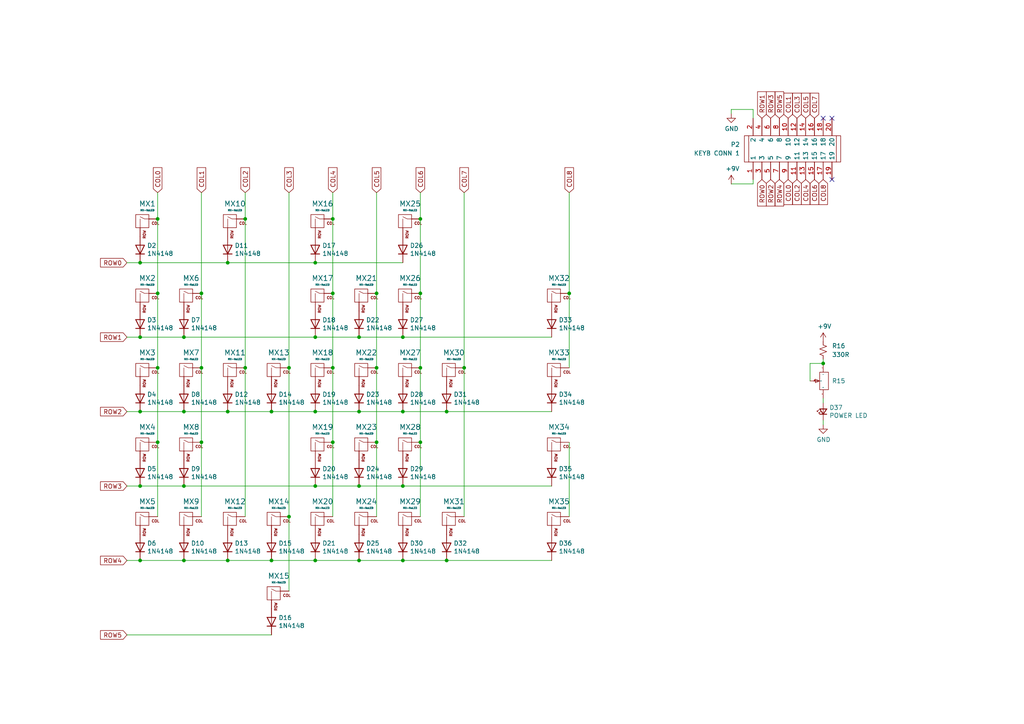
<source format=kicad_sch>
(kicad_sch (version 20250114) (generator "eeschema") (generator_version "9.0")
  (paper "A4")
  (title_block (title "bitseithr synth - keyboard") (rev "v1") (company "Offworld Serpent Devices"))
  (lib_symbols
    (symbol "Device:LED_Small" (pin_numbers (hide yes)) (pin_names (offset 0.254) (hide yes))
      (property "Reference" "D" (at -1.27 3.175 0))
      (property "Value" "LED_Small" (at -4.445 -2.54 0))
      (symbol "LED_Small_0_1"
        (polyline (pts (xy -0.762 -1.016) (xy -0.762 1.016)) (stroke (width 0.254)))
        (polyline (pts (xy 0 0.762) (xy -0.508 1.27) (xy -0.254 1.27) (xy -0.508 1.27) (xy -0.508 1.016)))
        (polyline (pts (xy 0.508 1.27) (xy 0 1.778) (xy 0.254 1.778) (xy 0 1.778) (xy 0 1.524)))
        (polyline (pts (xy 0.762 -1.016) (xy -0.762 0) (xy 0.762 1.016) (xy 0.762 -1.016)) (stroke (width 0.254)))
        (polyline (pts (xy 1.016 0) (xy -0.762 0)))
      )
      (symbol "LED_Small_1_1"
        (pin passive line (at -2.54 0 0) (length 1.778) (name "K") (number "1"))
        (pin passive line (at 2.54 0 180) (length 1.778) (name "A") (number "2"))
      )
    )
    (symbol "Device:R_Small_US" (pin_numbers (hide yes)) (pin_names (offset 0.254) (hide yes))
      (property "Reference" "R" (at 0.762 0.508 0))
      (property "Value" "R_Small_US" (at 0.762 -1.016 0))
      (symbol "R_Small_US_1_1"
        (polyline (pts (xy 0 1.524) (xy 1.016 1.143) (xy 0 0.762) (xy -1.016 0.381) (xy 0 0)))
        (polyline (pts (xy 0 0) (xy 1.016 -0.381) (xy 0 -0.762) (xy -1.016 -1.143) (xy 0 -1.524)))
        (pin passive line (at 0 2.54 270) (length 1.016) (name "~") (number "1"))
        (pin passive line (at 0 -2.54 90) (length 1.016) (name "~") (number "2"))
      )
    )
    (symbol "Diode:1N4148" (pin_numbers (hide yes)) (pin_names (hide yes))
      (property "Reference" "D" (at 0 2.54 0))
      (property "Value" "1N4148" (at 0 -2.54 0))
      (symbol "1N4148_0_1"
        (polyline (pts (xy -1.27 1.27) (xy -1.27 -1.27)) (stroke (width 0.254)))
        (polyline (pts (xy 1.27 1.27) (xy 1.27 -1.27) (xy -1.27 0) (xy 1.27 1.27)) (stroke (width 0.254)))
        (polyline (pts (xy 1.27 0) (xy -1.27 0)))
      )
      (symbol "1N4148_1_1"
        (pin passive line (at -3.81 0 0) (length 2.54) (name "K") (number "1"))
        (pin passive line (at 3.81 0 180) (length 2.54) (name "A") (number "2"))
      )
    )
    (symbol "EasyEDA_Lib:3296W-1-102LF"
      (property "Reference" "R" (at 0 0 0))
      (symbol "3296W-1-102LF_1_0"
        (polyline (pts (xy -0.254 0) (xy -1.524 0)))
        (polyline (pts (xy 0.254 0) (xy -1.016 -0.508) (xy -1.016 -0.508) (xy -1.016 0.508) (xy -1.016 0.508) (xy 0.254 0)))
        (polyline (pts (xy 0.254 -2.54) (xy 0.254 2.54) (xy 0.254 2.54) (xy 2.794 2.54) (xy 2.794 2.54) (xy 2.794 -2.54) (xy 2.794 -2.54) (xy 0.254 -2.54)))
        (pin input line (at -2.54 0 0) (length 2.54) (name "2") (number "2"))
        (pin input line (at 1.27 5.08 270) (length 2.54) (name "1") (number "1"))
        (pin input line (at 1.27 -5.08 90) (length 2.54) (name "3") (number "3"))
      )
    )
    (symbol "EasyEDA_Lib:IDC Box 2X10 2.54MM"
      (property "Reference" "P" (at 0 0 0))
      (symbol "IDC Box 2X10 2.54MM_1_0"
        (polyline (pts (xy -3.81 12.7) (xy 3.81 12.7)))
        (polyline (pts (xy -3.81 -12.7) (xy 3.81 -12.7)))
        (rectangle (start -3.81 -13.97) (end 3.81 13.97))
        (pin input line (at -8.89 11.43 0) (length 5.08) (name "1") (number "1"))
        (pin input line (at -8.89 8.89 0) (length 5.08) (name "3") (number "3"))
        (pin input line (at -8.89 6.35 0) (length 5.08) (name "5") (number "5"))
        (pin input line (at -8.89 3.81 0) (length 5.08) (name "7") (number "7"))
        (pin input line (at -8.89 1.27 0) (length 5.08) (name "9") (number "9"))
        (pin input line (at -8.89 -1.27 0) (length 5.08) (name "11") (number "11"))
        (pin input line (at -8.89 -3.81 0) (length 5.08) (name "13") (number "13"))
        (pin input line (at -8.89 -6.35 0) (length 5.08) (name "15") (number "15"))
        (pin input line (at -8.89 -8.89 0) (length 5.08) (name "17") (number "17"))
        (pin input line (at -8.89 -11.43 0) (length 5.08) (name "19") (number "19"))
        (pin input line (at 8.89 11.43 180) (length 5.08) (name "2") (number "2"))
        (pin input line (at 8.89 8.89 180) (length 5.08) (name "4") (number "4"))
        (pin input line (at 8.89 6.35 180) (length 5.08) (name "6") (number "6"))
        (pin input line (at 8.89 3.81 180) (length 5.08) (name "8") (number "8"))
        (pin input line (at 8.89 1.27 180) (length 5.08) (name "10") (number "10"))
        (pin input line (at 8.89 -1.27 180) (length 5.08) (name "12") (number "12"))
        (pin input line (at 8.89 -3.81 180) (length 5.08) (name "14") (number "14"))
        (pin input line (at 8.89 -6.35 180) (length 5.08) (name "16") (number "16"))
        (pin input line (at 8.89 -8.89 180) (length 5.08) (name "18") (number "18"))
        (pin input line (at 8.89 -11.43 180) (length 5.08) (name "20") (number "20"))
      )
    )
    (symbol "bit0wulf-complete-rescue:MX-NoLED-MX_Alps_Hybrid" (pin_names (offset 1.016))
      (property "Reference" "MX" (at -0.635 3.81 0))
      (property "Value" "MX-NoLED-MX_Alps_Hybrid" (at -0.635 1.27 0))
      (symbol "MX-NoLED-MX_Alps_Hybrid_0_0"
        (rectangle (start -2.54 2.54) (end 1.27 -1.27))
        (polyline (pts (xy -1.27 -1.27) (xy -1.27 1.27)) (stroke (width 0.127)))
        (polyline (pts (xy 1.27 1.27) (xy 0 1.27) (xy -1.27 1.905)) (stroke (width 0.127)))
        (text "ROW" (at 0 -1.905 900) (effects (font (size 0.762 0.762)) (justify right)))
        (text "COL" (at 3.175 0 0) (effects (font (size 0.762 0.762))))
      )
      (symbol "MX-NoLED-MX_Alps_Hybrid_1_1"
        (pin passive line (at -1.27 -3.81 90) (length 2.54) (name "ROW") (number "2"))
        (pin passive line (at 3.81 1.27 180) (length 2.54) (name "COL") (number "1"))
      )
    )
    (symbol "power:+9V" (power) (pin_numbers (hide yes)) (pin_names (offset 0) (hide yes))
      (property "Value" "+9V" (at 0 3.556 0))
      (symbol "+9V_0_1"
        (polyline (pts (xy -0.762 1.27) (xy 0 2.54)))
        (polyline (pts (xy 0 2.54) (xy 0.762 1.27)))
        (polyline (pts (xy 0 0) (xy 0 2.54)))
      )
      (symbol "+9V_1_1"
        (pin power_in line (at 0 0 90) (length 0) (name "~") (number "1"))
      )
    )
    (symbol "power:GND" (power) (pin_numbers (hide yes)) (pin_names (offset 0) (hide yes))
      (property "Value" "GND" (at 0 -3.81 0))
      (symbol "GND_0_1"
        (polyline (pts (xy 0 0) (xy 0 -1.27) (xy 1.27 -1.27) (xy 0 -2.54) (xy -1.27 -1.27) (xy 0 -1.27)))
      )
      (symbol "GND_1_1"
        (pin power_in line (at 0 0 270) (length 0) (name "~") (number "1"))
      )
    )
  )
  (junction (at 116.84 97.79))
  (junction (at 78.74 162.56))
  (junction (at 53.34 162.56))
  (junction (at 53.34 119.38))
  (junction (at 40.64 97.79))
  (junction (at 238.76 105.41))
  (junction (at 91.44 140.97))
  (junction (at 116.84 140.97))
  (junction (at 58.42 128.27))
  (junction (at 96.52 106.68))
  (junction (at 116.84 119.38))
  (junction (at 58.42 85.09))
  (junction (at 104.14 97.79))
  (junction (at 66.04 162.56))
  (junction (at 40.64 162.56))
  (junction (at 96.52 85.09))
  (junction (at 109.22 128.27))
  (junction (at 109.22 85.09))
  (junction (at 45.72 106.68))
  (junction (at 121.92 63.5))
  (junction (at 45.72 85.09))
  (junction (at 116.84 162.56))
  (junction (at 165.1 85.09))
  (junction (at 71.12 106.68))
  (junction (at 109.22 106.68))
  (junction (at 91.44 162.56))
  (junction (at 96.52 63.5))
  (junction (at 78.74 119.38))
  (junction (at 40.64 140.97))
  (junction (at 83.82 106.68))
  (junction (at 121.92 106.68))
  (junction (at 53.34 97.79))
  (junction (at 121.92 128.27))
  (junction (at 66.04 76.2))
  (junction (at 58.42 106.68))
  (junction (at 134.62 106.68))
  (junction (at 121.92 85.09))
  (junction (at 129.54 162.56))
  (junction (at 104.14 162.56))
  (junction (at 40.64 119.38))
  (junction (at 104.14 140.97))
  (junction (at 91.44 97.79))
  (junction (at 129.54 119.38))
  (junction (at 45.72 63.5))
  (junction (at 104.14 119.38))
  (junction (at 96.52 128.27))
  (junction (at 66.04 119.38))
  (junction (at 83.82 149.86))
  (junction (at 53.34 140.97))
  (junction (at 71.12 63.5))
  (junction (at 91.44 76.2))
  (junction (at 45.72 128.27))
  (junction (at 40.64 76.2))
  (junction (at 91.44 119.38))
  (no_connect (at 241.3 52.07))
  (no_connect (at 241.3 34.29))
  (no_connect (at 238.76 34.29))
  (wire (pts (xy 66.04 76.2) (xy 91.44 76.2)))
  (wire (pts (xy 116.84 162.56) (xy 129.54 162.56)))
  (wire (pts (xy 36.83 97.79) (xy 40.64 97.79)))
  (wire (pts (xy 36.83 119.38) (xy 40.64 119.38)))
  (wire (pts (xy 40.64 140.97) (xy 53.34 140.97)))
  (wire (pts (xy 53.34 140.97) (xy 91.44 140.97)))
  (wire (pts (xy 109.22 85.09) (xy 109.22 106.68)))
  (wire (pts (xy 238.76 115.57) (xy 238.76 116.84)))
  (wire (pts (xy 91.44 140.97) (xy 104.14 140.97)))
  (wire (pts (xy 36.83 184.15) (xy 78.74 184.15)))
  (wire (pts (xy 66.04 162.56) (xy 78.74 162.56)))
  (wire (pts (xy 71.12 106.68) (xy 71.12 149.86)))
  (wire (pts (xy 83.82 149.86) (xy 83.82 171.45)))
  (wire (pts (xy 66.04 76.2) (xy 40.64 76.2)))
  (wire (pts (xy 121.92 63.5) (xy 121.92 85.09)))
  (wire (pts (xy 212.09 33.02) (xy 212.09 31.75)))
  (wire (pts (xy 58.42 128.27) (xy 58.42 149.86)))
  (wire (pts (xy 116.84 119.38) (xy 129.54 119.38)))
  (wire (pts (xy 40.64 162.56) (xy 53.34 162.56)))
  (wire (pts (xy 71.12 63.5) (xy 71.12 55.88)))
  (wire (pts (xy 91.44 97.79) (xy 104.14 97.79)))
  (wire (pts (xy 45.72 85.09) (xy 45.72 106.68)))
  (wire (pts (xy 121.92 106.68) (xy 121.92 128.27)))
  (wire (pts (xy 96.52 128.27) (xy 96.52 149.86)))
  (wire (pts (xy 45.72 55.88) (xy 45.72 63.5)))
  (wire (pts (xy 53.34 97.79) (xy 91.44 97.79)))
  (wire (pts (xy 218.44 31.75) (xy 218.44 34.29)))
  (wire (pts (xy 83.82 106.68) (xy 83.82 149.86)))
  (wire (pts (xy 109.22 106.68) (xy 109.22 128.27)))
  (wire (pts (xy 36.83 76.2) (xy 40.64 76.2)))
  (wire (pts (xy 234.95 105.41) (xy 238.76 105.41)))
  (wire (pts (xy 238.76 104.14) (xy 238.76 105.41)))
  (wire (pts (xy 58.42 85.09) (xy 58.42 106.68)))
  (wire (pts (xy 83.82 106.68) (xy 83.82 55.88)))
  (wire (pts (xy 53.34 162.56) (xy 66.04 162.56)))
  (wire (pts (xy 36.83 140.97) (xy 40.64 140.97)))
  (wire (pts (xy 45.72 106.68) (xy 45.72 128.27)))
  (wire (pts (xy 109.22 128.27) (xy 109.22 149.86)))
  (wire (pts (xy 218.44 53.34) (xy 212.09 53.34)))
  (wire (pts (xy 134.62 55.88) (xy 134.62 106.68)))
  (wire (pts (xy 78.74 162.56) (xy 91.44 162.56)))
  (wire (pts (xy 91.44 162.56) (xy 104.14 162.56)))
  (wire (pts (xy 40.64 97.79) (xy 53.34 97.79)))
  (wire (pts (xy 96.52 63.5) (xy 96.52 55.88)))
  (wire (pts (xy 116.84 97.79) (xy 160.02 97.79)))
  (wire (pts (xy 96.52 85.09) (xy 96.52 106.68)))
  (wire (pts (xy 66.04 119.38) (xy 78.74 119.38)))
  (wire (pts (xy 45.72 128.27) (xy 45.72 149.86)))
  (wire (pts (xy 91.44 76.2) (xy 116.84 76.2)))
  (wire (pts (xy 165.1 85.09) (xy 165.1 106.68)))
  (wire (pts (xy 234.95 110.49) (xy 234.95 105.41)))
  (wire (pts (xy 96.52 63.5) (xy 96.52 85.09)))
  (wire (pts (xy 104.14 140.97) (xy 116.84 140.97)))
  (wire (pts (xy 58.42 106.68) (xy 58.42 128.27)))
  (wire (pts (xy 212.09 31.75) (xy 218.44 31.75)))
  (wire (pts (xy 53.34 119.38) (xy 66.04 119.38)))
  (wire (pts (xy 40.64 119.38) (xy 53.34 119.38)))
  (wire (pts (xy 58.42 55.88) (xy 58.42 85.09)))
  (wire (pts (xy 129.54 162.56) (xy 160.02 162.56)))
  (wire (pts (xy 104.14 119.38) (xy 91.44 119.38)))
  (wire (pts (xy 96.52 106.68) (xy 96.52 128.27)))
  (wire (pts (xy 218.44 53.34) (xy 218.44 52.07)))
  (wire (pts (xy 104.14 119.38) (xy 116.84 119.38)))
  (wire (pts (xy 104.14 97.79) (xy 116.84 97.79)))
  (wire (pts (xy 71.12 63.5) (xy 71.12 106.68)))
  (wire (pts (xy 121.92 85.09) (xy 121.92 106.68)))
  (wire (pts (xy 36.83 162.56) (xy 40.64 162.56)))
  (wire (pts (xy 165.1 128.27) (xy 165.1 149.86)))
  (wire (pts (xy 78.74 119.38) (xy 91.44 119.38)))
  (wire (pts (xy 104.14 162.56) (xy 116.84 162.56)))
  (wire (pts (xy 121.92 55.88) (xy 121.92 63.5)))
  (wire (pts (xy 109.22 55.88) (xy 109.22 85.09)))
  (wire (pts (xy 45.72 63.5) (xy 45.72 85.09)))
  (wire (pts (xy 238.76 121.92) (xy 238.76 123.19)))
  (wire (pts (xy 165.1 55.88) (xy 165.1 85.09)))
  (wire (pts (xy 129.54 119.38) (xy 160.02 119.38)))
  (wire (pts (xy 121.92 128.27) (xy 121.92 149.86)))
  (wire (pts (xy 134.62 106.68) (xy 134.62 149.86)))
  (wire (pts (xy 116.84 140.97) (xy 160.02 140.97)))
  (global_label "COL0" (shape input) (at 228.6 52.07 270) (property "Intersheetrefs" "${INTERSHEET_REFS}" (effects (hide yes))))
  (global_label "COL7" (shape input) (at 134.62 55.88 90) (property "Intersheetrefs" "${INTERSHEET_REFS}" (effects (hide yes))))
  (global_label "COL4" (shape input) (at 96.52 55.88 90) (property "Intersheetrefs" "${INTERSHEET_REFS}" (effects (hide yes))))
  (global_label "COL6" (shape input) (at 236.22 52.07 270) (property "Intersheetrefs" "${INTERSHEET_REFS}" (effects (hide yes))))
  (global_label "COL2" (shape input) (at 231.14 52.07 270) (property "Intersheetrefs" "${INTERSHEET_REFS}" (effects (hide yes))))
  (global_label "COL3" (shape input) (at 231.14 34.29 90) (property "Intersheetrefs" "${INTERSHEET_REFS}" (effects (hide yes))))
  (global_label "ROW0" (shape input) (at 220.98 52.07 270) (property "Intersheetrefs" "${INTERSHEET_REFS}" (effects (hide yes))))
  (global_label "ROW5" (shape input) (at 226.06 34.29 90) (property "Intersheetrefs" "${INTERSHEET_REFS}" (effects (hide yes))))
  (global_label "ROW3" (shape input) (at 223.52 34.29 90) (property "Intersheetrefs" "${INTERSHEET_REFS}" (effects (hide yes))))
  (global_label "COL6" (shape input) (at 121.92 55.88 90) (property "Intersheetrefs" "${INTERSHEET_REFS}" (effects (hide yes))))
  (global_label "ROW1" (shape input) (at 220.98 34.29 90) (property "Intersheetrefs" "${INTERSHEET_REFS}" (effects (hide yes))))
  (global_label "COL0" (shape input) (at 45.72 55.88 90) (property "Intersheetrefs" "${INTERSHEET_REFS}" (effects (hide yes))))
  (global_label "ROW1" (shape input) (at 36.83 97.79 180) (property "Intersheetrefs" "${INTERSHEET_REFS}" (effects (hide yes))))
  (global_label "COL4" (shape input) (at 233.68 52.07 270) (property "Intersheetrefs" "${INTERSHEET_REFS}" (effects (hide yes))))
  (global_label "ROW2" (shape input) (at 36.83 119.38 180) (property "Intersheetrefs" "${INTERSHEET_REFS}" (effects (hide yes))))
  (global_label "ROW5" (shape input) (at 36.83 184.15 180) (property "Intersheetrefs" "${INTERSHEET_REFS}" (effects (hide yes))))
  (global_label "COL2" (shape input) (at 71.12 55.88 90) (property "Intersheetrefs" "${INTERSHEET_REFS}" (effects (hide yes))))
  (global_label "COL3" (shape input) (at 83.82 55.88 90) (property "Intersheetrefs" "${INTERSHEET_REFS}" (effects (hide yes))))
  (global_label "ROW4" (shape input) (at 36.83 162.56 180) (property "Intersheetrefs" "${INTERSHEET_REFS}" (effects (hide yes))))
  (global_label "COL7" (shape input) (at 236.22 34.29 90) (property "Intersheetrefs" "${INTERSHEET_REFS}" (effects (hide yes))))
  (global_label "ROW3" (shape input) (at 36.83 140.97 180) (property "Intersheetrefs" "${INTERSHEET_REFS}" (effects (hide yes))))
  (global_label "COL5" (shape input) (at 109.22 55.88 90) (property "Intersheetrefs" "${INTERSHEET_REFS}" (effects (hide yes))))
  (global_label "COL8" (shape input) (at 165.1 55.88 90) (property "Intersheetrefs" "${INTERSHEET_REFS}" (effects (hide yes))))
  (global_label "COL1" (shape input) (at 58.42 55.88 90) (property "Intersheetrefs" "${INTERSHEET_REFS}" (effects (hide yes))))
  (global_label "COL5" (shape input) (at 233.68 34.29 90) (property "Intersheetrefs" "${INTERSHEET_REFS}" (effects (hide yes))))
  (global_label "ROW2" (shape input) (at 223.52 52.07 270) (property "Intersheetrefs" "${INTERSHEET_REFS}" (effects (hide yes))))
  (global_label "COL8" (shape input) (at 238.76 52.07 270) (property "Intersheetrefs" "${INTERSHEET_REFS}" (effects (hide yes))))
  (global_label "ROW4" (shape input) (at 226.06 52.07 270) (property "Intersheetrefs" "${INTERSHEET_REFS}" (effects (hide yes))))
  (global_label "ROW0" (shape input) (at 36.83 76.2 180) (property "Intersheetrefs" "${INTERSHEET_REFS}" (effects (hide yes))))
  (global_label "COL1" (shape input) (at 228.6 34.29 90) (property "Intersheetrefs" "${INTERSHEET_REFS}" (effects (hide yes))))
  (symbol (lib_id "bit0wulf-complete-rescue:MX-NoLED-MX_Alps_Hybrid") (at 41.91 129.54 0) (unit 1)
    (property "Reference" "MX4" (at 42.7482 123.8758 0) (effects (font (size 1.524 1.524))))
    (property "Value" "MX-NoLED" (at 42.7482 125.7554 0) (effects (font (size 0.508 0.508))))
    (property "Footprint" "cholm-footprints:MXOnly-1U-NoLED" (effects (hide yes)))
  )
  (symbol (lib_id "bit0wulf-complete-rescue:MX-NoLED-MX_Alps_Hybrid") (at 54.61 129.54 0) (unit 1)
    (property "Reference" "MX8" (at 55.4482 123.8758 0) (effects (font (size 1.524 1.524))))
    (property "Value" "MX-NoLED" (at 55.4482 125.7554 0) (effects (font (size 0.508 0.508))))
    (property "Footprint" "cholm-footprints:MXOnly-1U-NoLED" (effects (hide yes)))
  )
  (symbol (lib_id "bit0wulf-complete-rescue:MX-NoLED-MX_Alps_Hybrid") (at 92.71 129.54 0) (unit 1)
    (property "Reference" "MX19" (at 93.5482 123.8758 0) (effects (font (size 1.524 1.524))))
    (property "Value" "MX-NoLED" (at 93.5482 125.7554 0) (effects (font (size 0.508 0.508))))
    (property "Footprint" "cholm-footprints:MXOnly-1U-NoLED" (effects (hide yes)))
  )
  (symbol (lib_id "bit0wulf-complete-rescue:MX-NoLED-MX_Alps_Hybrid") (at 105.41 129.54 0) (unit 1)
    (property "Reference" "MX23" (at 106.2482 123.8758 0) (effects (font (size 1.524 1.524))))
    (property "Value" "MX-NoLED" (at 106.2482 125.7554 0) (effects (font (size 0.508 0.508))))
    (property "Footprint" "cholm-footprints:MXOnly-1U-NoLED" (effects (hide yes)))
  )
  (symbol (lib_id "bit0wulf-complete-rescue:MX-NoLED-MX_Alps_Hybrid") (at 118.11 129.54 0) (unit 1)
    (property "Reference" "MX28" (at 118.9482 123.8758 0) (effects (font (size 1.524 1.524))))
    (property "Value" "MX-NoLED" (at 118.9482 125.7554 0) (effects (font (size 0.508 0.508))))
    (property "Footprint" "cholm-footprints:MXOnly-1U-NoLED" (effects (hide yes)))
  )
  (symbol (lib_id "Diode:1N4148") (at 40.64 137.16 90) (unit 1)
    (property "Reference" "D5" (at 42.672 135.9916 90) (effects (justify right)))
    (property "Value" "1N4148" (at 42.672 138.303 90) (effects (justify right)))
    (property "Footprint" "Diode_THT:D_DO-35_SOD27_P7.62mm_Horizontal" (effects (hide yes)))
    (property "Datasheet" "https://assets.nexperia.com/documents/data-sheet/1N4148_1N4448.pdf" (effects (hide yes)))
  )
  (symbol (lib_id "Diode:1N4148") (at 53.34 137.16 90) (unit 1)
    (property "Reference" "D9" (at 55.372 135.9916 90) (effects (justify right)))
    (property "Value" "1N4148" (at 55.372 138.303 90) (effects (justify right)))
    (property "Footprint" "Diode_THT:D_DO-35_SOD27_P7.62mm_Horizontal" (effects (hide yes)))
    (property "Datasheet" "https://assets.nexperia.com/documents/data-sheet/1N4148_1N4448.pdf" (effects (hide yes)))
  )
  (symbol (lib_id "Diode:1N4148") (at 91.44 137.16 90) (unit 1)
    (property "Reference" "D20" (at 93.472 135.9916 90) (effects (justify right)))
    (property "Value" "1N4148" (at 93.472 138.303 90) (effects (justify right)))
    (property "Footprint" "Diode_THT:D_DO-35_SOD27_P7.62mm_Horizontal" (effects (hide yes)))
    (property "Datasheet" "https://assets.nexperia.com/documents/data-sheet/1N4148_1N4448.pdf" (effects (hide yes)))
  )
  (symbol (lib_id "Diode:1N4148") (at 104.14 137.16 90) (unit 1)
    (property "Reference" "D24" (at 106.172 135.9916 90) (effects (justify right)))
    (property "Value" "1N4148" (at 106.172 138.303 90) (effects (justify right)))
    (property "Footprint" "Diode_THT:D_DO-35_SOD27_P7.62mm_Horizontal" (effects (hide yes)))
    (property "Datasheet" "https://assets.nexperia.com/documents/data-sheet/1N4148_1N4448.pdf" (effects (hide yes)))
  )
  (symbol (lib_id "Diode:1N4148") (at 116.84 137.16 90) (unit 1)
    (property "Reference" "D29" (at 118.872 135.9916 90) (effects (justify right)))
    (property "Value" "1N4148" (at 118.872 138.303 90) (effects (justify right)))
    (property "Footprint" "Diode_THT:D_DO-35_SOD27_P7.62mm_Horizontal" (effects (hide yes)))
    (property "Datasheet" "https://assets.nexperia.com/documents/data-sheet/1N4148_1N4448.pdf" (effects (hide yes)))
  )
  (symbol (lib_id "bit0wulf-complete-rescue:MX-NoLED-MX_Alps_Hybrid") (at 41.91 107.95 0) (unit 1)
    (property "Reference" "MX3" (at 42.7482 102.2858 0) (effects (font (size 1.524 1.524))))
    (property "Value" "MX-NoLED" (at 42.7482 104.1654 0) (effects (font (size 0.508 0.508))))
    (property "Footprint" "cholm-footprints:MXOnly-1U-NoLED" (effects (hide yes)))
  )
  (symbol (lib_id "bit0wulf-complete-rescue:MX-NoLED-MX_Alps_Hybrid") (at 54.61 107.95 0) (unit 1)
    (property "Reference" "MX7" (at 55.4482 102.2858 0) (effects (font (size 1.524 1.524))))
    (property "Value" "MX-NoLED" (at 55.4482 104.1654 0) (effects (font (size 0.508 0.508))))
    (property "Footprint" "cholm-footprints:MXOnly-1U-NoLED" (effects (hide yes)))
  )
  (symbol (lib_id "bit0wulf-complete-rescue:MX-NoLED-MX_Alps_Hybrid") (at 67.31 107.95 0) (unit 1)
    (property "Reference" "MX11" (at 68.1482 102.2858 0) (effects (font (size 1.524 1.524))))
    (property "Value" "MX-NoLED" (at 68.1482 104.1654 0) (effects (font (size 0.508 0.508))))
    (property "Footprint" "cholm-footprints:MXOnly-1U-NoLED" (effects (hide yes)))
  )
  (symbol (lib_id "bit0wulf-complete-rescue:MX-NoLED-MX_Alps_Hybrid") (at 80.01 107.95 0) (unit 1)
    (property "Reference" "MX13" (at 80.8482 102.2858 0) (effects (font (size 1.524 1.524))))
    (property "Value" "MX-NoLED" (at 80.8482 104.1654 0) (effects (font (size 0.508 0.508))))
    (property "Footprint" "cholm-footprints:MXOnly-1U-NoLED" (effects (hide yes)))
  )
  (symbol (lib_id "bit0wulf-complete-rescue:MX-NoLED-MX_Alps_Hybrid") (at 92.71 107.95 0) (unit 1)
    (property "Reference" "MX18" (at 93.5482 102.2858 0) (effects (font (size 1.524 1.524))))
    (property "Value" "MX-NoLED" (at 93.5482 104.1654 0) (effects (font (size 0.508 0.508))))
    (property "Footprint" "cholm-footprints:MXOnly-1U-NoLED" (effects (hide yes)))
  )
  (symbol (lib_id "bit0wulf-complete-rescue:MX-NoLED-MX_Alps_Hybrid") (at 105.41 107.95 0) (unit 1)
    (property "Reference" "MX22" (at 106.2482 102.2858 0) (effects (font (size 1.524 1.524))))
    (property "Value" "MX-NoLED" (at 106.2482 104.1654 0) (effects (font (size 0.508 0.508))))
    (property "Footprint" "cholm-footprints:MXOnly-1U-NoLED" (effects (hide yes)))
  )
  (symbol (lib_id "bit0wulf-complete-rescue:MX-NoLED-MX_Alps_Hybrid") (at 118.11 107.95 0) (unit 1)
    (property "Reference" "MX27" (at 118.9482 102.2858 0) (effects (font (size 1.524 1.524))))
    (property "Value" "MX-NoLED" (at 118.9482 104.1654 0) (effects (font (size 0.508 0.508))))
    (property "Footprint" "cholm-footprints:MXOnly-1U-NoLED" (effects (hide yes)))
  )
  (symbol (lib_id "Diode:1N4148") (at 40.64 115.57 90) (unit 1)
    (property "Reference" "D4" (at 42.672 114.4016 90) (effects (justify right)))
    (property "Value" "1N4148" (at 42.672 116.713 90) (effects (justify right)))
    (property "Footprint" "Diode_THT:D_DO-35_SOD27_P7.62mm_Horizontal" (effects (hide yes)))
    (property "Datasheet" "https://assets.nexperia.com/documents/data-sheet/1N4148_1N4448.pdf" (effects (hide yes)))
  )
  (symbol (lib_id "Diode:1N4148") (at 53.34 115.57 90) (unit 1)
    (property "Reference" "D8" (at 55.372 114.4016 90) (effects (justify right)))
    (property "Value" "1N4148" (at 55.372 116.713 90) (effects (justify right)))
    (property "Footprint" "Diode_THT:D_DO-35_SOD27_P7.62mm_Horizontal" (effects (hide yes)))
    (property "Datasheet" "https://assets.nexperia.com/documents/data-sheet/1N4148_1N4448.pdf" (effects (hide yes)))
  )
  (symbol (lib_id "Diode:1N4148") (at 66.04 115.57 90) (unit 1)
    (property "Reference" "D12" (at 68.072 114.4016 90) (effects (justify right)))
    (property "Value" "1N4148" (at 68.072 116.713 90) (effects (justify right)))
    (property "Footprint" "Diode_THT:D_DO-35_SOD27_P7.62mm_Horizontal" (effects (hide yes)))
    (property "Datasheet" "https://assets.nexperia.com/documents/data-sheet/1N4148_1N4448.pdf" (effects (hide yes)))
  )
  (symbol (lib_id "Diode:1N4148") (at 78.74 115.57 90) (unit 1)
    (property "Reference" "D14" (at 80.772 114.4016 90) (effects (justify right)))
    (property "Value" "1N4148" (at 80.772 116.713 90) (effects (justify right)))
    (property "Footprint" "Diode_THT:D_DO-35_SOD27_P7.62mm_Horizontal" (effects (hide yes)))
    (property "Datasheet" "https://assets.nexperia.com/documents/data-sheet/1N4148_1N4448.pdf" (effects (hide yes)))
  )
  (symbol (lib_id "Diode:1N4148") (at 91.44 115.57 90) (unit 1)
    (property "Reference" "D19" (at 93.472 114.4016 90) (effects (justify right)))
    (property "Value" "1N4148" (at 93.472 116.713 90) (effects (justify right)))
    (property "Footprint" "Diode_THT:D_DO-35_SOD27_P7.62mm_Horizontal" (effects (hide yes)))
    (property "Datasheet" "https://assets.nexperia.com/documents/data-sheet/1N4148_1N4448.pdf" (effects (hide yes)))
  )
  (symbol (lib_id "Diode:1N4148") (at 104.14 115.57 90) (unit 1)
    (property "Reference" "D23" (at 106.172 114.4016 90) (effects (justify right)))
    (property "Value" "1N4148" (at 106.172 116.713 90) (effects (justify right)))
    (property "Footprint" "Diode_THT:D_DO-35_SOD27_P7.62mm_Horizontal" (effects (hide yes)))
    (property "Datasheet" "https://assets.nexperia.com/documents/data-sheet/1N4148_1N4448.pdf" (effects (hide yes)))
  )
  (symbol (lib_id "Diode:1N4148") (at 116.84 115.57 90) (unit 1)
    (property "Reference" "D28" (at 118.872 114.4016 90) (effects (justify right)))
    (property "Value" "1N4148" (at 118.872 116.713 90) (effects (justify right)))
    (property "Footprint" "Diode_THT:D_DO-35_SOD27_P7.62mm_Horizontal" (effects (hide yes)))
    (property "Datasheet" "https://assets.nexperia.com/documents/data-sheet/1N4148_1N4448.pdf" (effects (hide yes)))
  )
  (symbol (lib_id "bit0wulf-complete-rescue:MX-NoLED-MX_Alps_Hybrid") (at 41.91 86.36 0) (unit 1)
    (property "Reference" "MX2" (at 42.7482 80.6958 0) (effects (font (size 1.524 1.524))))
    (property "Value" "MX-NoLED" (at 42.7482 82.5754 0) (effects (font (size 0.508 0.508))))
    (property "Footprint" "cholm-footprints:MXOnly-1U-NoLED" (effects (hide yes)))
  )
  (symbol (lib_id "bit0wulf-complete-rescue:MX-NoLED-MX_Alps_Hybrid") (at 54.61 86.36 0) (unit 1)
    (property "Reference" "MX6" (at 55.4482 80.6958 0) (effects (font (size 1.524 1.524))))
    (property "Value" "MX-NoLED" (at 55.4482 82.5754 0) (effects (font (size 0.508 0.508))))
    (property "Footprint" "cholm-footprints:MXOnly-1U-NoLED" (effects (hide yes)))
  )
  (symbol (lib_id "bit0wulf-complete-rescue:MX-NoLED-MX_Alps_Hybrid") (at 92.71 86.36 0) (unit 1)
    (property "Reference" "MX17" (at 93.5482 80.6958 0) (effects (font (size 1.524 1.524))))
    (property "Value" "MX-NoLED" (at 93.5482 82.5754 0) (effects (font (size 0.508 0.508))))
    (property "Footprint" "cholm-footprints:MXOnly-1U-NoLED" (effects (hide yes)))
  )
  (symbol (lib_id "bit0wulf-complete-rescue:MX-NoLED-MX_Alps_Hybrid") (at 105.41 86.36 0) (unit 1)
    (property "Reference" "MX21" (at 106.2482 80.6958 0) (effects (font (size 1.524 1.524))))
    (property "Value" "MX-NoLED" (at 106.2482 82.5754 0) (effects (font (size 0.508 0.508))))
    (property "Footprint" "cholm-footprints:MXOnly-1U-NoLED" (effects (hide yes)))
  )
  (symbol (lib_id "bit0wulf-complete-rescue:MX-NoLED-MX_Alps_Hybrid") (at 118.11 86.36 0) (unit 1)
    (property "Reference" "MX26" (at 118.9482 80.6958 0) (effects (font (size 1.524 1.524))))
    (property "Value" "MX-NoLED" (at 118.9482 82.5754 0) (effects (font (size 0.508 0.508))))
    (property "Footprint" "cholm-footprints:MXOnly-1U-NoLED" (effects (hide yes)))
  )
  (symbol (lib_id "Diode:1N4148") (at 40.64 93.98 90) (unit 1)
    (property "Reference" "D3" (at 42.672 92.8116 90) (effects (justify right)))
    (property "Value" "1N4148" (at 42.672 95.123 90) (effects (justify right)))
    (property "Footprint" "Diode_THT:D_DO-35_SOD27_P7.62mm_Horizontal" (effects (hide yes)))
    (property "Datasheet" "https://assets.nexperia.com/documents/data-sheet/1N4148_1N4448.pdf" (effects (hide yes)))
  )
  (symbol (lib_id "Diode:1N4148") (at 53.34 93.98 90) (unit 1)
    (property "Reference" "D7" (at 55.372 92.8116 90) (effects (justify right)))
    (property "Value" "1N4148" (at 55.372 95.123 90) (effects (justify right)))
    (property "Footprint" "Diode_THT:D_DO-35_SOD27_P7.62mm_Horizontal" (effects (hide yes)))
    (property "Datasheet" "https://assets.nexperia.com/documents/data-sheet/1N4148_1N4448.pdf" (effects (hide yes)))
  )
  (symbol (lib_id "Diode:1N4148") (at 91.44 93.98 90) (unit 1)
    (property "Reference" "D18" (at 93.472 92.8116 90) (effects (justify right)))
    (property "Value" "1N4148" (at 93.472 95.123 90) (effects (justify right)))
    (property "Footprint" "Diode_THT:D_DO-35_SOD27_P7.62mm_Horizontal" (effects (hide yes)))
    (property "Datasheet" "https://assets.nexperia.com/documents/data-sheet/1N4148_1N4448.pdf" (effects (hide yes)))
  )
  (symbol (lib_id "Diode:1N4148") (at 104.14 93.98 90) (unit 1)
    (property "Reference" "D22" (at 106.172 92.8116 90) (effects (justify right)))
    (property "Value" "1N4148" (at 106.172 95.123 90) (effects (justify right)))
    (property "Footprint" "Diode_THT:D_DO-35_SOD27_P7.62mm_Horizontal" (effects (hide yes)))
    (property "Datasheet" "https://assets.nexperia.com/documents/data-sheet/1N4148_1N4448.pdf" (effects (hide yes)))
  )
  (symbol (lib_id "Diode:1N4148") (at 116.84 93.98 90) (unit 1)
    (property "Reference" "D27" (at 118.872 92.8116 90) (effects (justify right)))
    (property "Value" "1N4148" (at 118.872 95.123 90) (effects (justify right)))
    (property "Footprint" "Diode_THT:D_DO-35_SOD27_P7.62mm_Horizontal" (effects (hide yes)))
    (property "Datasheet" "https://assets.nexperia.com/documents/data-sheet/1N4148_1N4448.pdf" (effects (hide yes)))
  )
  (symbol (lib_id "bit0wulf-complete-rescue:MX-NoLED-MX_Alps_Hybrid") (at 41.91 151.13 0) (unit 1)
    (property "Reference" "MX5" (at 42.7482 145.4658 0) (effects (font (size 1.524 1.524))))
    (property "Value" "MX-NoLED" (at 42.7482 147.3454 0) (effects (font (size 0.508 0.508))))
    (property "Footprint" "cholm-footprints:MXOnly-1U-NoLED" (effects (hide yes)))
  )
  (symbol (lib_id "bit0wulf-complete-rescue:MX-NoLED-MX_Alps_Hybrid") (at 54.61 151.13 0) (unit 1)
    (property "Reference" "MX9" (at 55.4482 145.4658 0) (effects (font (size 1.524 1.524))))
    (property "Value" "MX-NoLED" (at 55.4482 147.3454 0) (effects (font (size 0.508 0.508))))
    (property "Footprint" "cholm-footprints:MXOnly-1U-NoLED" (effects (hide yes)))
  )
  (symbol (lib_id "bit0wulf-complete-rescue:MX-NoLED-MX_Alps_Hybrid") (at 67.31 151.13 0) (unit 1)
    (property "Reference" "MX12" (at 68.1482 145.4658 0) (effects (font (size 1.524 1.524))))
    (property "Value" "MX-NoLED" (at 68.1482 147.3454 0) (effects (font (size 0.508 0.508))))
    (property "Footprint" "cholm-footprints:MXOnly-1U-NoLED" (effects (hide yes)))
  )
  (symbol (lib_id "bit0wulf-complete-rescue:MX-NoLED-MX_Alps_Hybrid") (at 80.01 151.13 0) (unit 1)
    (property "Reference" "MX14" (at 80.8482 145.4658 0) (effects (font (size 1.524 1.524))))
    (property "Value" "MX-NoLED" (at 80.8482 147.3454 0) (effects (font (size 0.508 0.508))))
    (property "Footprint" "cholm-footprints:MXOnly-1U-NoLED" (effects (hide yes)))
  )
  (symbol (lib_id "bit0wulf-complete-rescue:MX-NoLED-MX_Alps_Hybrid") (at 92.71 151.13 0) (unit 1)
    (property "Reference" "MX20" (at 93.5482 145.4658 0) (effects (font (size 1.524 1.524))))
    (property "Value" "MX-NoLED" (at 93.5482 147.3454 0) (effects (font (size 0.508 0.508))))
    (property "Footprint" "cholm-footprints:MXOnly-1U-NoLED" (effects (hide yes)))
  )
  (symbol (lib_id "bit0wulf-complete-rescue:MX-NoLED-MX_Alps_Hybrid") (at 105.41 151.13 0) (unit 1)
    (property "Reference" "MX24" (at 106.2482 145.4658 0) (effects (font (size 1.524 1.524))))
    (property "Value" "MX-NoLED" (at 106.2482 147.3454 0) (effects (font (size 0.508 0.508))))
    (property "Footprint" "cholm-footprints:MXOnly-1U-NoLED" (effects (hide yes)))
  )
  (symbol (lib_id "bit0wulf-complete-rescue:MX-NoLED-MX_Alps_Hybrid") (at 118.11 151.13 0) (unit 1)
    (property "Reference" "MX29" (at 118.9482 145.4658 0) (effects (font (size 1.524 1.524))))
    (property "Value" "MX-NoLED" (at 118.9482 147.3454 0) (effects (font (size 0.508 0.508))))
    (property "Footprint" "cholm-footprints:MXOnly-1U-NoLED" (effects (hide yes)))
  )
  (symbol (lib_id "Diode:1N4148") (at 40.64 158.75 90) (unit 1)
    (property "Reference" "D6" (at 42.672 157.5816 90) (effects (justify right)))
    (property "Value" "1N4148" (at 42.672 159.893 90) (effects (justify right)))
    (property "Footprint" "Diode_THT:D_DO-35_SOD27_P7.62mm_Horizontal" (effects (hide yes)))
    (property "Datasheet" "https://assets.nexperia.com/documents/data-sheet/1N4148_1N4448.pdf" (effects (hide yes)))
  )
  (symbol (lib_id "Diode:1N4148") (at 53.34 158.75 90) (unit 1)
    (property "Reference" "D10" (at 55.372 157.5816 90) (effects (justify right)))
    (property "Value" "1N4148" (at 55.372 159.893 90) (effects (justify right)))
    (property "Footprint" "Diode_THT:D_DO-35_SOD27_P7.62mm_Horizontal" (effects (hide yes)))
    (property "Datasheet" "https://assets.nexperia.com/documents/data-sheet/1N4148_1N4448.pdf" (effects (hide yes)))
  )
  (symbol (lib_id "Diode:1N4148") (at 66.04 158.75 90) (unit 1)
    (property "Reference" "D13" (at 68.072 157.5816 90) (effects (justify right)))
    (property "Value" "1N4148" (at 68.072 159.893 90) (effects (justify right)))
    (property "Footprint" "Diode_THT:D_DO-35_SOD27_P7.62mm_Horizontal" (effects (hide yes)))
    (property "Datasheet" "https://assets.nexperia.com/documents/data-sheet/1N4148_1N4448.pdf" (effects (hide yes)))
  )
  (symbol (lib_id "Diode:1N4148") (at 78.74 158.75 90) (unit 1)
    (property "Reference" "D15" (at 80.772 157.5816 90) (effects (justify right)))
    (property "Value" "1N4148" (at 80.772 159.893 90) (effects (justify right)))
    (property "Footprint" "Diode_THT:D_DO-35_SOD27_P7.62mm_Horizontal" (effects (hide yes)))
    (property "Datasheet" "https://assets.nexperia.com/documents/data-sheet/1N4148_1N4448.pdf" (effects (hide yes)))
  )
  (symbol (lib_id "Diode:1N4148") (at 91.44 158.75 90) (unit 1)
    (property "Reference" "D21" (at 93.472 157.5816 90) (effects (justify right)))
    (property "Value" "1N4148" (at 93.472 159.893 90) (effects (justify right)))
    (property "Footprint" "Diode_THT:D_DO-35_SOD27_P7.62mm_Horizontal" (effects (hide yes)))
    (property "Datasheet" "https://assets.nexperia.com/documents/data-sheet/1N4148_1N4448.pdf" (effects (hide yes)))
  )
  (symbol (lib_id "Diode:1N4148") (at 104.14 158.75 90) (unit 1)
    (property "Reference" "D25" (at 106.172 157.5816 90) (effects (justify right)))
    (property "Value" "1N4148" (at 106.172 159.893 90) (effects (justify right)))
    (property "Footprint" "Diode_THT:D_DO-35_SOD27_P7.62mm_Horizontal" (effects (hide yes)))
    (property "Datasheet" "https://assets.nexperia.com/documents/data-sheet/1N4148_1N4448.pdf" (effects (hide yes)))
  )
  (symbol (lib_id "Diode:1N4148") (at 116.84 158.75 90) (unit 1)
    (property "Reference" "D30" (at 118.872 157.5816 90) (effects (justify right)))
    (property "Value" "1N4148" (at 118.872 159.893 90) (effects (justify right)))
    (property "Footprint" "Diode_THT:D_DO-35_SOD27_P7.62mm_Horizontal" (effects (hide yes)))
    (property "Datasheet" "https://assets.nexperia.com/documents/data-sheet/1N4148_1N4448.pdf" (effects (hide yes)))
  )
  (symbol (lib_id "bit0wulf-complete-rescue:MX-NoLED-MX_Alps_Hybrid") (at 41.91 64.77 0) (unit 1)
    (property "Reference" "MX1" (at 42.7482 59.1058 0) (effects (font (size 1.524 1.524))))
    (property "Value" "MX-NoLED" (at 42.7482 60.9854 0) (effects (font (size 0.508 0.508))))
    (property "Footprint" "cholm-footprints:MXOnly-1U-NoLED" (effects (hide yes)))
  )
  (symbol (lib_id "bit0wulf-complete-rescue:MX-NoLED-MX_Alps_Hybrid") (at 67.31 64.77 0) (unit 1)
    (property "Reference" "MX10" (at 68.1482 59.1058 0) (effects (font (size 1.524 1.524))))
    (property "Value" "MX-NoLED" (at 68.1482 60.9854 0) (effects (font (size 0.508 0.508))))
    (property "Footprint" "cholm-footprints:MXOnly-1U-NoLED" (effects (hide yes)))
  )
  (symbol (lib_id "bit0wulf-complete-rescue:MX-NoLED-MX_Alps_Hybrid") (at 92.71 64.77 0) (unit 1)
    (property "Reference" "MX16" (at 93.5482 59.1058 0) (effects (font (size 1.524 1.524))))
    (property "Value" "MX-NoLED" (at 93.5482 60.9854 0) (effects (font (size 0.508 0.508))))
    (property "Footprint" "cholm-footprints:MXOnly-1U-NoLED" (effects (hide yes)))
  )
  (symbol (lib_id "bit0wulf-complete-rescue:MX-NoLED-MX_Alps_Hybrid") (at 118.11 64.77 0) (unit 1)
    (property "Reference" "MX25" (at 118.9482 59.1058 0) (effects (font (size 1.524 1.524))))
    (property "Value" "MX-NoLED" (at 118.9482 60.9854 0) (effects (font (size 0.508 0.508))))
    (property "Footprint" "cholm-footprints:MXOnly-1U-NoLED" (effects (hide yes)))
  )
  (symbol (lib_id "Diode:1N4148") (at 66.04 72.39 90) (unit 1)
    (property "Reference" "D11" (at 68.072 71.2216 90) (effects (justify right)))
    (property "Value" "1N4148" (at 68.072 73.533 90) (effects (justify right)))
    (property "Footprint" "Diode_THT:D_DO-35_SOD27_P7.62mm_Horizontal" (effects (hide yes)))
    (property "Datasheet" "https://assets.nexperia.com/documents/data-sheet/1N4148_1N4448.pdf" (effects (hide yes)))
  )
  (symbol (lib_id "Diode:1N4148") (at 91.44 72.39 90) (unit 1)
    (property "Reference" "D17" (at 93.472 71.2216 90) (effects (justify right)))
    (property "Value" "1N4148" (at 93.472 73.533 90) (effects (justify right)))
    (property "Footprint" "Diode_THT:D_DO-35_SOD27_P7.62mm_Horizontal" (effects (hide yes)))
    (property "Datasheet" "https://assets.nexperia.com/documents/data-sheet/1N4148_1N4448.pdf" (effects (hide yes)))
  )
  (symbol (lib_id "Diode:1N4148") (at 116.84 72.39 90) (unit 1)
    (property "Reference" "D26" (at 118.872 71.2216 90) (effects (justify right)))
    (property "Value" "1N4148" (at 118.872 73.533 90) (effects (justify right)))
    (property "Footprint" "Diode_THT:D_DO-35_SOD27_P7.62mm_Horizontal" (effects (hide yes)))
    (property "Datasheet" "https://assets.nexperia.com/documents/data-sheet/1N4148_1N4448.pdf" (effects (hide yes)))
  )
  (symbol (lib_id "bit0wulf-complete-rescue:MX-NoLED-MX_Alps_Hybrid") (at 80.01 172.72 0) (unit 1)
    (property "Reference" "MX15" (at 80.8482 167.0558 0) (effects (font (size 1.524 1.524))))
    (property "Value" "MX-NoLED" (at 80.8482 168.9354 0) (effects (font (size 0.508 0.508))))
    (property "Footprint" "cholm-footprints:MXOnly-2.25U-NoLED" (effects (hide yes)))
  )
  (symbol (lib_id "Diode:1N4148") (at 78.74 180.34 90) (unit 1)
    (property "Reference" "D16" (at 80.772 179.1716 90) (effects (justify right)))
    (property "Value" "1N4148" (at 80.772 181.483 90) (effects (justify right)))
    (property "Footprint" "Diode_THT:D_DO-35_SOD27_P7.62mm_Horizontal" (effects (hide yes)))
    (property "Datasheet" "https://assets.nexperia.com/documents/data-sheet/1N4148_1N4448.pdf" (effects (hide yes)))
  )
  (symbol (lib_id "Diode:1N4148") (at 160.02 115.57 90) (unit 1)
    (property "Reference" "D34" (at 162.052 114.4016 90) (effects (justify right)))
    (property "Value" "1N4148" (at 162.052 116.713 90) (effects (justify right)))
    (property "Footprint" "Diode_THT:D_DO-35_SOD27_P7.62mm_Horizontal" (effects (hide yes)))
    (property "Datasheet" "https://assets.nexperia.com/documents/data-sheet/1N4148_1N4448.pdf" (effects (hide yes)))
  )
  (symbol (lib_id "bit0wulf-complete-rescue:MX-NoLED-MX_Alps_Hybrid") (at 161.29 107.95 0) (unit 1)
    (property "Reference" "MX33" (at 162.1282 102.2858 0) (effects (font (size 1.524 1.524))))
    (property "Value" "MX-NoLED" (at 162.1282 104.1654 0) (effects (font (size 0.508 0.508))))
    (property "Footprint" "cholm-footprints:MXOnly-1U-NoLED" (effects (hide yes)))
  )
  (symbol (lib_id "Diode:1N4148") (at 160.02 93.98 90) (unit 1)
    (property "Reference" "D33" (at 162.052 92.8116 90) (effects (justify right)))
    (property "Value" "1N4148" (at 162.052 95.123 90) (effects (justify right)))
    (property "Footprint" "Diode_THT:D_DO-35_SOD27_P7.62mm_Horizontal" (effects (hide yes)))
    (property "Datasheet" "https://assets.nexperia.com/documents/data-sheet/1N4148_1N4448.pdf" (effects (hide yes)))
  )
  (symbol (lib_id "bit0wulf-complete-rescue:MX-NoLED-MX_Alps_Hybrid") (at 161.29 86.36 0) (unit 1)
    (property "Reference" "MX32" (at 162.1282 80.6958 0) (effects (font (size 1.524 1.524))))
    (property "Value" "MX-NoLED" (at 162.1282 82.5754 0) (effects (font (size 0.508 0.508))))
    (property "Footprint" "cholm-footprints:MXOnly-1U-NoLED" (effects (hide yes)))
  )
  (symbol (lib_id "bit0wulf-complete-rescue:MX-NoLED-MX_Alps_Hybrid") (at 130.81 107.95 0) (unit 1)
    (property "Reference" "MX30" (at 131.6482 102.2858 0) (effects (font (size 1.524 1.524))))
    (property "Value" "MX-NoLED" (at 131.6482 104.1654 0) (effects (font (size 0.508 0.508))))
    (property "Footprint" "cholm-footprints:MXOnly-1U-NoLED" (effects (hide yes)))
  )
  (symbol (lib_id "Diode:1N4148") (at 129.54 115.57 90) (unit 1)
    (property "Reference" "D31" (at 131.572 114.4016 90) (effects (justify right)))
    (property "Value" "1N4148" (at 131.572 116.713 90) (effects (justify right)))
    (property "Footprint" "Diode_THT:D_DO-35_SOD27_P7.62mm_Horizontal" (effects (hide yes)))
    (property "Datasheet" "https://assets.nexperia.com/documents/data-sheet/1N4148_1N4448.pdf" (effects (hide yes)))
  )
  (symbol (lib_id "bit0wulf-complete-rescue:MX-NoLED-MX_Alps_Hybrid") (at 130.81 151.13 0) (unit 1)
    (property "Reference" "MX31" (at 131.6482 145.4658 0) (effects (font (size 1.524 1.524))))
    (property "Value" "MX-NoLED" (at 131.6482 147.3454 0) (effects (font (size 0.508 0.508))))
    (property "Footprint" "cholm-footprints:MXOnly-1U-NoLED" (effects (hide yes)))
  )
  (symbol (lib_id "Diode:1N4148") (at 129.54 158.75 90) (unit 1)
    (property "Reference" "D32" (at 131.572 157.5816 90) (effects (justify right)))
    (property "Value" "1N4148" (at 131.572 159.893 90) (effects (justify right)))
    (property "Footprint" "Diode_THT:D_DO-35_SOD27_P7.62mm_Horizontal" (effects (hide yes)))
    (property "Datasheet" "https://assets.nexperia.com/documents/data-sheet/1N4148_1N4448.pdf" (effects (hide yes)))
  )
  (symbol (lib_id "bit0wulf-complete-rescue:MX-NoLED-MX_Alps_Hybrid") (at 161.29 129.54 0) (unit 1)
    (property "Reference" "MX34" (at 162.1282 123.8758 0) (effects (font (size 1.524 1.524))))
    (property "Value" "MX-NoLED" (at 162.1282 125.7554 0) (effects (font (size 0.508 0.508))))
    (property "Footprint" "cholm-footprints:MXOnly-1U-NoLED" (effects (hide yes)))
  )
  (symbol (lib_id "Diode:1N4148") (at 160.02 158.75 90) (unit 1)
    (property "Reference" "D36" (at 162.052 157.5816 90) (effects (justify right)))
    (property "Value" "1N4148" (at 162.052 159.893 90) (effects (justify right)))
    (property "Footprint" "Diode_THT:D_DO-35_SOD27_P7.62mm_Horizontal" (effects (hide yes)))
    (property "Datasheet" "https://assets.nexperia.com/documents/data-sheet/1N4148_1N4448.pdf" (effects (hide yes)))
  )
  (symbol (lib_id "Device:R_Small_US") (at 238.76 101.6 180) (unit 1)
    (property "Reference" "R16" (at 241.3 100.3299 0) (effects (justify right)))
    (property "Value" "330R" (at 241.3 102.8699 0) (effects (justify right)))
    (property "Description" "Resistor, small US symbol" (effects (hide yes)))
  )
  (symbol (lib_id "bit0wulf-complete-rescue:MX-NoLED-MX_Alps_Hybrid") (at 161.29 151.13 0) (unit 1)
    (property "Reference" "MX35" (at 162.1282 145.4658 0) (effects (font (size 1.524 1.524))))
    (property "Value" "MX-NoLED" (at 162.1282 147.3454 0) (effects (font (size 0.508 0.508))))
    (property "Footprint" "cholm-footprints:MXOnly-1U-NoLED" (effects (hide yes)))
  )
  (symbol (lib_id "Diode:1N4148") (at 160.02 137.16 90) (unit 1)
    (property "Reference" "D35" (at 162.052 135.9916 90) (effects (justify right)))
    (property "Value" "1N4148" (at 162.052 138.303 90) (effects (justify right)))
    (property "Footprint" "Diode_THT:D_DO-35_SOD27_P7.62mm_Horizontal" (effects (hide yes)))
    (property "Datasheet" "https://assets.nexperia.com/documents/data-sheet/1N4148_1N4448.pdf" (effects (hide yes)))
  )
  (symbol (lib_id "power:+9V") (at 212.09 53.34 0) (unit 1)
    (property "Reference" "#PWR054" (effects (hide yes)))
    (property "Value" "+9V" (at 212.471 48.9458 0))
  )
  (symbol (lib_id "power:GND") (at 212.09 33.02 0) (unit 1)
    (property "Reference" "#PWR053" (effects (hide yes)))
    (property "Value" "GND" (at 212.2043 37.3444 0))
    (property "Description" "Power symbol creates a global label with name \"GND\" , ground" (effects (hide yes)))
  )
  (symbol (lib_id "power:GND") (at 238.76 123.19 0) (unit 1)
    (property "Reference" "#PWR056" (effects (hide yes)))
    (property "Value" "GND" (at 238.8743 127.5144 0))
    (property "Description" "Power symbol creates a global label with name \"GND\" , ground" (effects (hide yes)))
  )
  (symbol (lib_id "power:+9V") (at 238.76 99.06 0) (unit 1)
    (property "Reference" "#PWR055" (effects (hide yes)))
    (property "Value" "+9V" (at 239.141 94.6658 0))
  )
  (symbol (lib_id "Diode:1N4148") (at 40.64 72.39 90) (unit 1)
    (property "Reference" "D2" (at 42.672 71.2216 90) (effects (justify right)))
    (property "Value" "1N4148" (at 42.672 73.533 90) (effects (justify right)))
    (property "Footprint" "Diode_THT:D_DO-35_SOD27_P7.62mm_Horizontal" (effects (hide yes)))
    (property "Datasheet" "https://assets.nexperia.com/documents/data-sheet/1N4148_1N4448.pdf" (effects (hide yes)))
  )
  (symbol (lib_id "EasyEDA_Lib:3296W-1-102LF") (at 237.49 110.49 0) (unit 1)
    (property "Reference" "R15" (at 241.3 110.4899 0) (effects (justify left)))
    (property "Value" "1kΩ" (effects (hide yes)))
    (property "Footprint" "EasyEDA_Lib:RES-ADJ-TH_3296W" (effects (hide yes)))
    (property "Datasheet" "https://item.szlcsc.com/datasheet/3296W-1-102LF/58119.html" (effects (hide yes)))
    (property "Description" "Resistance:1kΩ Tolerance:±10% Tolerance:±10% Power(Watts):500mW Temperature Coefficient:±100ppm/°C Temperature Coefficient:±100ppm/°C Number of Turns:" (effects (hide yes)))
    (property "Manufacturer Part" "3296W-1-102LF" (effects (hide yes)))
    (property "Manufacturer" "BOURNS" (effects (hide yes)))
    (property "Supplier Part" "C57089" (effects (hide yes)))
    (property "Supplier" "LCSC" (effects (hide yes)))
    (property "LCSC Part Name" "1kΩ ±10%" (effects (hide yes)))
  )
  (symbol (lib_id "Device:LED_Small") (at 238.76 119.38 90) (unit 1)
    (property "Reference" "D37" (at 240.538 118.2116 90) (effects (justify right)))
    (property "Value" "POWER LED" (at 240.538 120.523 90) (effects (justify right)))
    (property "Footprint" "LED_THT:LED_D3.0mm" (effects (hide yes)))
  )
  (symbol (lib_id "EasyEDA_Lib:IDC Box 2X10 2.54MM") (at 229.87 43.18 90) (unit 1)
    (property "Reference" "P2" (at 214.63 41.9099 90) (effects (justify left)))
    (property "Value" "KEYB CONN 1" (at 214.63 44.4499 90) (effects (justify left)))
    (property "Footprint" "EasyEDA_Lib:IDC-TH_20P-L33.0-W13.8-H-M-R2-C10-P2.54-S2.54-TR" (effects (hide yes)))
    (property "Datasheet" "https://item.szlcsc.com/datasheet/2.54-2*10P%25E5%25BC%25AF%25E7%25AE%2580%25E7%2589%259B/9667.html" (effects (hide yes)))
    (property "Description" "Connector Type:IDC Header Pitch:2.54mm Number of Positions or Pins:2x10P Current Rating:3A Holder Type:Right Angle Row Spacing:2.54mm Number of Rows:2 Number of PINs Per Row:10 Contact Material:Brass Contact Plating:- Operating Temperature:-40°C~+105°C Oper" (effects (hide yes)))
    (property "Manufacturer Part" "2.54-2*10P弯简牛" (effects (hide yes)))
    (property "Manufacturer" "BOOMELE(博穆精密)" (effects (hide yes)))
    (property "Supplier Part" "C9144" (effects (hide yes)))
    (property "Supplier" "LCSC" (effects (hide yes)))
    (property "LCSC Part Name" "2.54mm 2x10P 排数:2 每排P数:10" (effects (hide yes)))
  )
)
</source>
